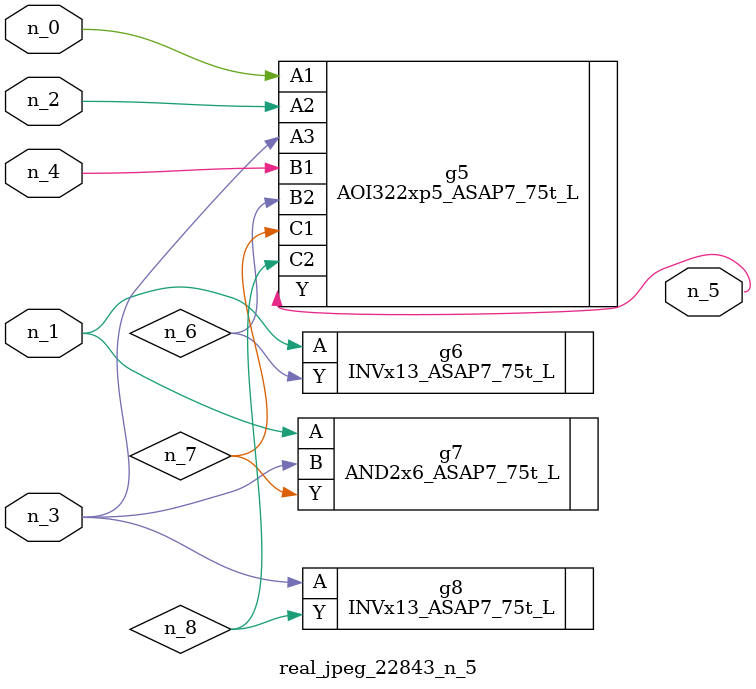
<source format=v>
module real_jpeg_22843_n_5 (n_4, n_0, n_1, n_2, n_3, n_5);

input n_4;
input n_0;
input n_1;
input n_2;
input n_3;

output n_5;

wire n_8;
wire n_6;
wire n_7;

AOI322xp5_ASAP7_75t_L g5 ( 
.A1(n_0),
.A2(n_2),
.A3(n_3),
.B1(n_4),
.B2(n_6),
.C1(n_7),
.C2(n_8),
.Y(n_5)
);

INVx13_ASAP7_75t_L g6 ( 
.A(n_1),
.Y(n_6)
);

AND2x6_ASAP7_75t_L g7 ( 
.A(n_1),
.B(n_3),
.Y(n_7)
);

INVx13_ASAP7_75t_L g8 ( 
.A(n_3),
.Y(n_8)
);


endmodule
</source>
